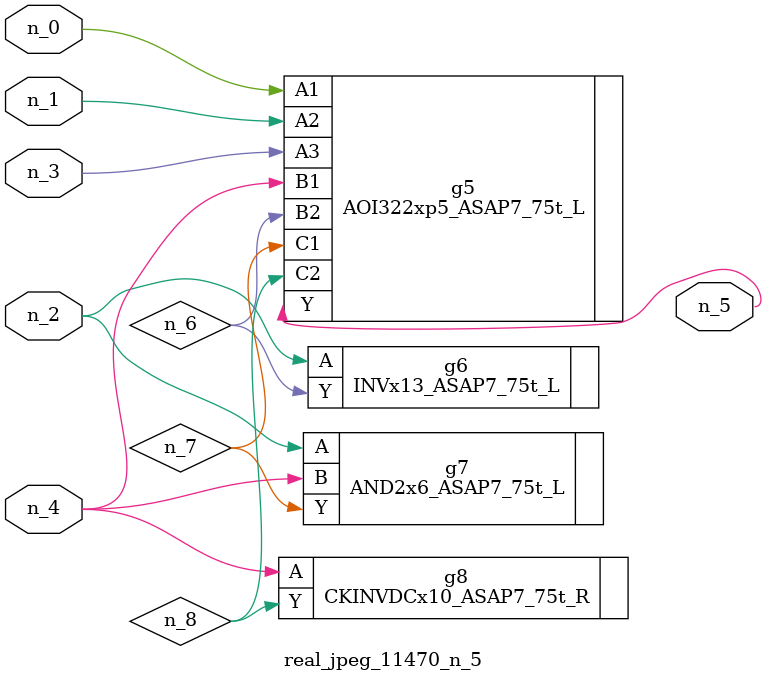
<source format=v>
module real_jpeg_11470_n_5 (n_4, n_0, n_1, n_2, n_3, n_5);

input n_4;
input n_0;
input n_1;
input n_2;
input n_3;

output n_5;

wire n_8;
wire n_6;
wire n_7;

AOI322xp5_ASAP7_75t_L g5 ( 
.A1(n_0),
.A2(n_1),
.A3(n_3),
.B1(n_4),
.B2(n_6),
.C1(n_7),
.C2(n_8),
.Y(n_5)
);

INVx13_ASAP7_75t_L g6 ( 
.A(n_2),
.Y(n_6)
);

AND2x6_ASAP7_75t_L g7 ( 
.A(n_2),
.B(n_4),
.Y(n_7)
);

CKINVDCx10_ASAP7_75t_R g8 ( 
.A(n_4),
.Y(n_8)
);


endmodule
</source>
